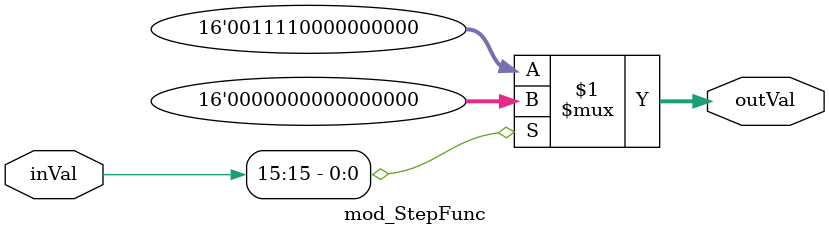
<source format=v>
`timescale 1ns / 1ps
module mod_StepFunc(inVal,outVal);
    input [15:0] inVal;
    output [15:0] outVal;
	 wire [15:0] outVal = inVal[15] ? 16'h0000 : 16'h3c00;
endmodule

</source>
